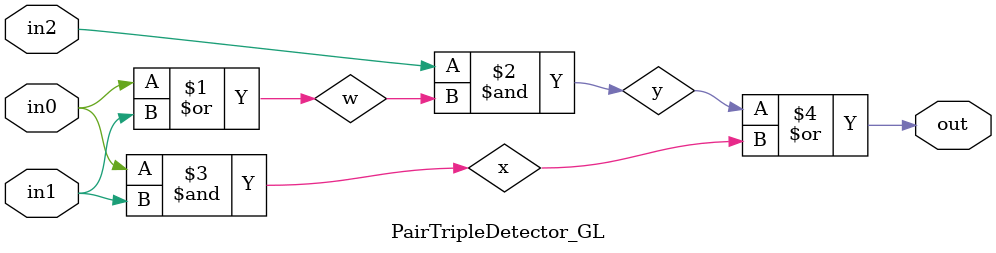
<source format=v>

`ifndef PAIR_TRIPLE_DETECTOR_GL_V
`define PAIR_TRIPLE_DETECTOR_GL_V

`include "ece2300-misc.v"

module PairTripleDetector_GL
(
  input  wire in0,
  input  wire in1,
  input  wire in2,
  output wire out
 );

  //''' ACTIVITY '''''''''''''''''''''''''''''''''''''''''''''''''''''''''
  // Implement pair/triple detector using explicit gate-level modeling
  //''''''''''''''''''''''''''''''''''''''''''''''''''''''''''''''''''''''

  wire w;
  wire x;
  wire y;

  or(w, in0, in1);
  and(y, in2, w);

  and(x, in0, in1);
  
  or(out, y, x);

endmodule

`endif /* PAIR_TRIPLE_DETECTOR_GL_V */


</source>
